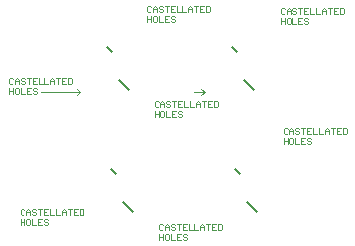
<source format=gto>
G04*
G04 #@! TF.GenerationSoftware,Altium Limited,Altium Designer,21.8.1 (53)*
G04*
G04 Layer_Color=65535*
%FSLAX25Y25*%
%MOIN*%
G70*
G04*
G04 #@! TF.SameCoordinates,7148B44F-C07B-4FA7-92CD-32C68B6CDD5B*
G04*
G04*
G04 #@! TF.FilePolarity,Positive*
G04*
G01*
G75*
%ADD10C,0.00394*%
%ADD11C,0.00787*%
D10*
X730459Y107555D02*
X739959D01*
X781494Y107565D02*
X785029D01*
X783969Y108626D02*
X785029Y107565D01*
X783969Y108626D02*
X785029Y107565D01*
X783969Y106504D02*
X785029Y107565D01*
X742469Y106504D02*
X743529Y107565D01*
X742469Y108626D02*
X743529Y107565D01*
X742469Y108626D02*
X743529Y107565D01*
X739994D02*
X743529D01*
X724984Y68344D02*
X724656Y68672D01*
X724000D01*
X723672Y68344D01*
Y67032D01*
X724000Y66704D01*
X724656D01*
X724984Y67032D01*
X725640Y66704D02*
Y68016D01*
X726296Y68672D01*
X726952Y68016D01*
Y66704D01*
Y67688D01*
X725640D01*
X728920Y68344D02*
X728592Y68672D01*
X727936D01*
X727608Y68344D01*
Y68016D01*
X727936Y67688D01*
X728592D01*
X728920Y67360D01*
Y67032D01*
X728592Y66704D01*
X727936D01*
X727608Y67032D01*
X729576Y68672D02*
X730888D01*
X730232D01*
Y66704D01*
X732855Y68672D02*
X731543D01*
Y66704D01*
X732855D01*
X731543Y67688D02*
X732199D01*
X733511Y68672D02*
Y66704D01*
X734823D01*
X735479Y68672D02*
Y66704D01*
X736791D01*
X737447D02*
Y68016D01*
X738103Y68672D01*
X738759Y68016D01*
Y66704D01*
Y67688D01*
X737447D01*
X739415Y68672D02*
X740727D01*
X740071D01*
Y66704D01*
X742695Y68672D02*
X741383D01*
Y66704D01*
X742695D01*
X741383Y67688D02*
X742039D01*
X743351Y68672D02*
Y66704D01*
X744335D01*
X744663Y67032D01*
Y68344D01*
X744335Y68672D01*
X743351D01*
X723672Y65365D02*
Y63398D01*
Y64381D01*
X724984D01*
Y65365D01*
Y63398D01*
X726624Y65365D02*
X725968D01*
X725640Y65037D01*
Y63726D01*
X725968Y63398D01*
X726624D01*
X726952Y63726D01*
Y65037D01*
X726624Y65365D01*
X727608D02*
Y63398D01*
X728920D01*
X730888Y65365D02*
X729576D01*
Y63398D01*
X730888D01*
X729576Y64381D02*
X730232D01*
X732855Y65037D02*
X732527Y65365D01*
X731871D01*
X731543Y65037D01*
Y64709D01*
X731871Y64381D01*
X732527D01*
X732855Y64053D01*
Y63726D01*
X732527Y63398D01*
X731871D01*
X731543Y63726D01*
X721165Y111895D02*
X720837Y112223D01*
X720181D01*
X719853Y111895D01*
Y110583D01*
X720181Y110255D01*
X720837D01*
X721165Y110583D01*
X721821Y110255D02*
Y111567D01*
X722477Y112223D01*
X723133Y111567D01*
Y110255D01*
Y111239D01*
X721821D01*
X725101Y111895D02*
X724773Y112223D01*
X724117D01*
X723789Y111895D01*
Y111567D01*
X724117Y111239D01*
X724773D01*
X725101Y110911D01*
Y110583D01*
X724773Y110255D01*
X724117D01*
X723789Y110583D01*
X725757Y112223D02*
X727068D01*
X726412D01*
Y110255D01*
X729036Y112223D02*
X727724D01*
Y110255D01*
X729036D01*
X727724Y111239D02*
X728380D01*
X729692Y112223D02*
Y110255D01*
X731004D01*
X731660Y112223D02*
Y110255D01*
X732972D01*
X733628D02*
Y111567D01*
X734284Y112223D01*
X734940Y111567D01*
Y110255D01*
Y111239D01*
X733628D01*
X735596Y112223D02*
X736908D01*
X736252D01*
Y110255D01*
X738876Y112223D02*
X737564D01*
Y110255D01*
X738876D01*
X737564Y111239D02*
X738220D01*
X739532Y112223D02*
Y110255D01*
X740515D01*
X740843Y110583D01*
Y111895D01*
X740515Y112223D01*
X739532D01*
X719853Y108916D02*
Y106948D01*
Y107932D01*
X721165D01*
Y108916D01*
Y106948D01*
X722805Y108916D02*
X722149D01*
X721821Y108588D01*
Y107276D01*
X722149Y106948D01*
X722805D01*
X723133Y107276D01*
Y108588D01*
X722805Y108916D01*
X723789D02*
Y106948D01*
X725101D01*
X727068Y108916D02*
X725757D01*
Y106948D01*
X727068D01*
X725757Y107932D02*
X726412D01*
X729036Y108588D02*
X728708Y108916D01*
X728052D01*
X727724Y108588D01*
Y108260D01*
X728052Y107932D01*
X728708D01*
X729036Y107605D01*
Y107276D01*
X728708Y106948D01*
X728052D01*
X727724Y107276D01*
X769665Y104395D02*
X769337Y104723D01*
X768681D01*
X768353Y104395D01*
Y103083D01*
X768681Y102755D01*
X769337D01*
X769665Y103083D01*
X770321Y102755D02*
Y104067D01*
X770977Y104723D01*
X771633Y104067D01*
Y102755D01*
Y103739D01*
X770321D01*
X773600Y104395D02*
X773273Y104723D01*
X772617D01*
X772289Y104395D01*
Y104067D01*
X772617Y103739D01*
X773273D01*
X773600Y103411D01*
Y103083D01*
X773273Y102755D01*
X772617D01*
X772289Y103083D01*
X774257Y104723D02*
X775568D01*
X774912D01*
Y102755D01*
X777536Y104723D02*
X776224D01*
Y102755D01*
X777536D01*
X776224Y103739D02*
X776880D01*
X778192Y104723D02*
Y102755D01*
X779504D01*
X780160Y104723D02*
Y102755D01*
X781472D01*
X782128D02*
Y104067D01*
X782784Y104723D01*
X783440Y104067D01*
Y102755D01*
Y103739D01*
X782128D01*
X784096Y104723D02*
X785408D01*
X784752D01*
Y102755D01*
X787376Y104723D02*
X786064D01*
Y102755D01*
X787376D01*
X786064Y103739D02*
X786720D01*
X788031Y104723D02*
Y102755D01*
X789015D01*
X789343Y103083D01*
Y104395D01*
X789015Y104723D01*
X788031D01*
X768353Y101416D02*
Y99449D01*
Y100432D01*
X769665D01*
Y101416D01*
Y99449D01*
X771305Y101416D02*
X770649D01*
X770321Y101088D01*
Y99777D01*
X770649Y99449D01*
X771305D01*
X771633Y99777D01*
Y101088D01*
X771305Y101416D01*
X772289D02*
Y99449D01*
X773600D01*
X775568Y101416D02*
X774257D01*
Y99449D01*
X775568D01*
X774257Y100432D02*
X774912D01*
X777536Y101088D02*
X777208Y101416D01*
X776552D01*
X776224Y101088D01*
Y100760D01*
X776552Y100432D01*
X777208D01*
X777536Y100104D01*
Y99777D01*
X777208Y99449D01*
X776552D01*
X776224Y99777D01*
X767165Y135895D02*
X766837Y136223D01*
X766181D01*
X765853Y135895D01*
Y134583D01*
X766181Y134255D01*
X766837D01*
X767165Y134583D01*
X767821Y134255D02*
Y135567D01*
X768477Y136223D01*
X769133Y135567D01*
Y134255D01*
Y135239D01*
X767821D01*
X771101Y135895D02*
X770773Y136223D01*
X770117D01*
X769789Y135895D01*
Y135567D01*
X770117Y135239D01*
X770773D01*
X771101Y134911D01*
Y134583D01*
X770773Y134255D01*
X770117D01*
X769789Y134583D01*
X771757Y136223D02*
X773068D01*
X772412D01*
Y134255D01*
X775036Y136223D02*
X773724D01*
Y134255D01*
X775036D01*
X773724Y135239D02*
X774380D01*
X775692Y136223D02*
Y134255D01*
X777004D01*
X777660Y136223D02*
Y134255D01*
X778972D01*
X779628D02*
Y135567D01*
X780284Y136223D01*
X780940Y135567D01*
Y134255D01*
Y135239D01*
X779628D01*
X781596Y136223D02*
X782908D01*
X782252D01*
Y134255D01*
X784876Y136223D02*
X783564D01*
Y134255D01*
X784876D01*
X783564Y135239D02*
X784220D01*
X785532Y136223D02*
Y134255D01*
X786515D01*
X786843Y134583D01*
Y135895D01*
X786515Y136223D01*
X785532D01*
X765853Y132916D02*
Y130948D01*
Y131932D01*
X767165D01*
Y132916D01*
Y130948D01*
X768805Y132916D02*
X768149D01*
X767821Y132588D01*
Y131277D01*
X768149Y130948D01*
X768805D01*
X769133Y131277D01*
Y132588D01*
X768805Y132916D01*
X769789D02*
Y130948D01*
X771101D01*
X773068Y132916D02*
X771757D01*
Y130948D01*
X773068D01*
X771757Y131932D02*
X772412D01*
X775036Y132588D02*
X774708Y132916D01*
X774052D01*
X773724Y132588D01*
Y132260D01*
X774052Y131932D01*
X774708D01*
X775036Y131605D01*
Y131277D01*
X774708Y130948D01*
X774052D01*
X773724Y131277D01*
X771165Y63395D02*
X770837Y63723D01*
X770181D01*
X769853Y63395D01*
Y62083D01*
X770181Y61755D01*
X770837D01*
X771165Y62083D01*
X771821Y61755D02*
Y63067D01*
X772477Y63723D01*
X773133Y63067D01*
Y61755D01*
Y62739D01*
X771821D01*
X775101Y63395D02*
X774773Y63723D01*
X774117D01*
X773789Y63395D01*
Y63067D01*
X774117Y62739D01*
X774773D01*
X775101Y62411D01*
Y62083D01*
X774773Y61755D01*
X774117D01*
X773789Y62083D01*
X775757Y63723D02*
X777068D01*
X776412D01*
Y61755D01*
X779036Y63723D02*
X777724D01*
Y61755D01*
X779036D01*
X777724Y62739D02*
X778380D01*
X779692Y63723D02*
Y61755D01*
X781004D01*
X781660Y63723D02*
Y61755D01*
X782972D01*
X783628D02*
Y63067D01*
X784284Y63723D01*
X784940Y63067D01*
Y61755D01*
Y62739D01*
X783628D01*
X785596Y63723D02*
X786908D01*
X786252D01*
Y61755D01*
X788876Y63723D02*
X787564D01*
Y61755D01*
X788876D01*
X787564Y62739D02*
X788220D01*
X789532Y63723D02*
Y61755D01*
X790515D01*
X790843Y62083D01*
Y63395D01*
X790515Y63723D01*
X789532D01*
X769853Y60416D02*
Y58448D01*
Y59432D01*
X771165D01*
Y60416D01*
Y58448D01*
X772805Y60416D02*
X772149D01*
X771821Y60088D01*
Y58776D01*
X772149Y58448D01*
X772805D01*
X773133Y58776D01*
Y60088D01*
X772805Y60416D01*
X773789D02*
Y58448D01*
X775101D01*
X777068Y60416D02*
X775757D01*
Y58448D01*
X777068D01*
X775757Y59432D02*
X776412D01*
X779036Y60088D02*
X778708Y60416D01*
X778052D01*
X777724Y60088D01*
Y59760D01*
X778052Y59432D01*
X778708D01*
X779036Y59105D01*
Y58776D01*
X778708Y58448D01*
X778052D01*
X777724Y58776D01*
X812665Y95395D02*
X812337Y95723D01*
X811681D01*
X811353Y95395D01*
Y94083D01*
X811681Y93755D01*
X812337D01*
X812665Y94083D01*
X813321Y93755D02*
Y95067D01*
X813977Y95723D01*
X814633Y95067D01*
Y93755D01*
Y94739D01*
X813321D01*
X816601Y95395D02*
X816273Y95723D01*
X815617D01*
X815289Y95395D01*
Y95067D01*
X815617Y94739D01*
X816273D01*
X816601Y94411D01*
Y94083D01*
X816273Y93755D01*
X815617D01*
X815289Y94083D01*
X817257Y95723D02*
X818568D01*
X817912D01*
Y93755D01*
X820536Y95723D02*
X819224D01*
Y93755D01*
X820536D01*
X819224Y94739D02*
X819880D01*
X821192Y95723D02*
Y93755D01*
X822504D01*
X823160Y95723D02*
Y93755D01*
X824472D01*
X825128D02*
Y95067D01*
X825784Y95723D01*
X826440Y95067D01*
Y93755D01*
Y94739D01*
X825128D01*
X827096Y95723D02*
X828408D01*
X827752D01*
Y93755D01*
X830375Y95723D02*
X829064D01*
Y93755D01*
X830375D01*
X829064Y94739D02*
X829720D01*
X831032Y95723D02*
Y93755D01*
X832015D01*
X832343Y94083D01*
Y95395D01*
X832015Y95723D01*
X831032D01*
X811353Y92416D02*
Y90448D01*
Y91432D01*
X812665D01*
Y92416D01*
Y90448D01*
X814305Y92416D02*
X813649D01*
X813321Y92088D01*
Y90776D01*
X813649Y90448D01*
X814305D01*
X814633Y90776D01*
Y92088D01*
X814305Y92416D01*
X815289D02*
Y90448D01*
X816601D01*
X818568Y92416D02*
X817257D01*
Y90448D01*
X818568D01*
X817257Y91432D02*
X817912D01*
X820536Y92088D02*
X820208Y92416D01*
X819552D01*
X819224Y92088D01*
Y91760D01*
X819552Y91432D01*
X820208D01*
X820536Y91105D01*
Y90776D01*
X820208Y90448D01*
X819552D01*
X819224Y90776D01*
X811706Y135340D02*
X811378Y135668D01*
X810722D01*
X810394Y135340D01*
Y134028D01*
X810722Y133700D01*
X811378D01*
X811706Y134028D01*
X812362Y133700D02*
Y135012D01*
X813017Y135668D01*
X813673Y135012D01*
Y133700D01*
Y134684D01*
X812362D01*
X815641Y135340D02*
X815313Y135668D01*
X814657D01*
X814329Y135340D01*
Y135012D01*
X814657Y134684D01*
X815313D01*
X815641Y134356D01*
Y134028D01*
X815313Y133700D01*
X814657D01*
X814329Y134028D01*
X816297Y135668D02*
X817609D01*
X816953D01*
Y133700D01*
X819577Y135668D02*
X818265D01*
Y133700D01*
X819577D01*
X818265Y134684D02*
X818921D01*
X820233Y135668D02*
Y133700D01*
X821545D01*
X822201Y135668D02*
Y133700D01*
X823513D01*
X824169D02*
Y135012D01*
X824825Y135668D01*
X825481Y135012D01*
Y133700D01*
Y134684D01*
X824169D01*
X826137Y135668D02*
X827448D01*
X826793D01*
Y133700D01*
X829416Y135668D02*
X828104D01*
Y133700D01*
X829416D01*
X828104Y134684D02*
X828760D01*
X830072Y135668D02*
Y133700D01*
X831056D01*
X831384Y134028D01*
Y135340D01*
X831056Y135668D01*
X830072D01*
X810394Y132362D02*
Y130394D01*
Y131378D01*
X811706D01*
Y132362D01*
Y130394D01*
X813346Y132362D02*
X812689D01*
X812362Y132034D01*
Y130722D01*
X812689Y130394D01*
X813346D01*
X813673Y130722D01*
Y132034D01*
X813346Y132362D01*
X814329D02*
Y130394D01*
X815641D01*
X817609Y132362D02*
X816297D01*
Y130394D01*
X817609D01*
X816297Y131378D02*
X816953D01*
X819577Y132034D02*
X819249Y132362D01*
X818593D01*
X818265Y132034D01*
Y131706D01*
X818593Y131378D01*
X819249D01*
X819577Y131050D01*
Y130722D01*
X819249Y130394D01*
X818593D01*
X818265Y130722D01*
D11*
X798097Y111684D02*
X801438Y108343D01*
X794094Y122542D02*
X795764Y120872D01*
X795312Y81888D02*
X796982Y80218D01*
X799315Y71030D02*
X802656Y67689D01*
X757815Y71030D02*
X761156Y67689D01*
X753812Y81888D02*
X755482Y80218D01*
X756597Y111684D02*
X759938Y108343D01*
X752594Y122542D02*
X754264Y120872D01*
M02*

</source>
